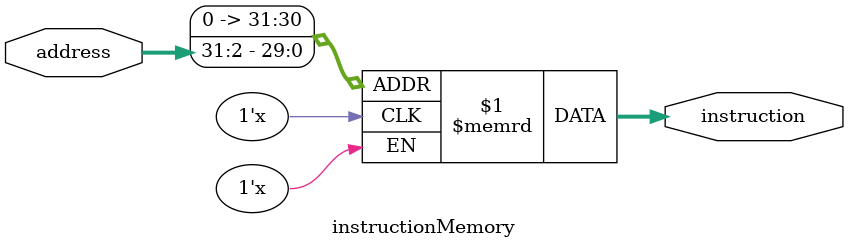
<source format=sv>
`timescale 1 ns / 1 ps
module instructionMemory(
    input logic [31:0] address, // PC
    output logic [31:0] instruction //fetched instruction
);
    logic [31:0] mem[0:255]; // array to hold instructions (256)

    assign instruction = mem[address >> 2];
endmodule
</source>
